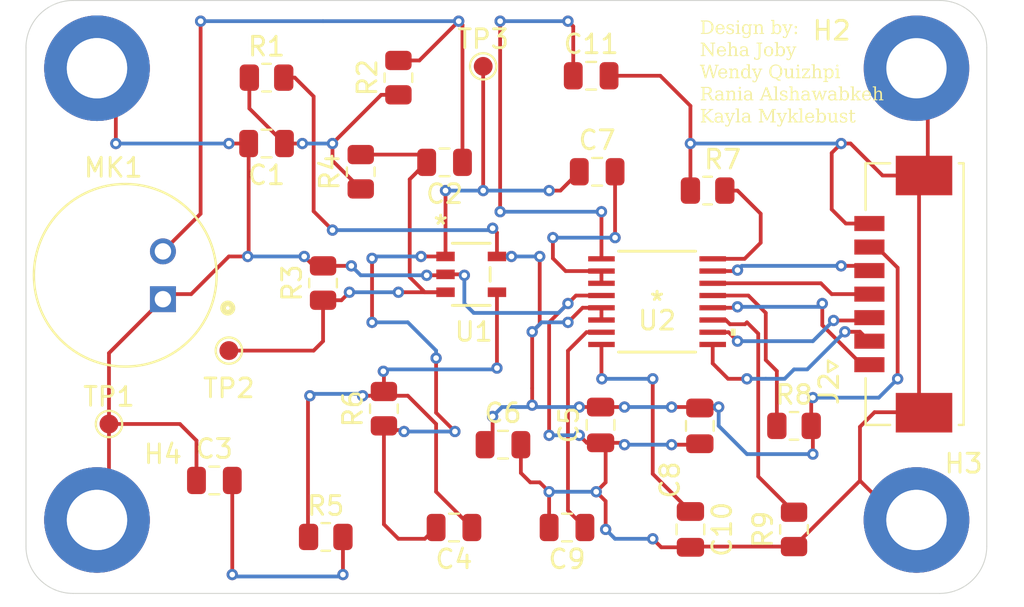
<source format=kicad_pcb>
(kicad_pcb (version 20240108) (generator "pcbnew") (generator_version "8.0")
  (layers (0 "F.Cu" signal) (31 "B.Cu" signal) (34 "B.Paste" user) (35 "F.Paste" user) (36 "B.SilkS" user "B.Silkscreen") (37 "F.SilkS" user "F.Silkscreen") (38 "B.Mask" user) (39 "F.Mask" user) (44 "Edge.Cuts" user))
  (net 0 "")
  (net 1 "Net-(C1-Pad1)")
  (net 2 "GND")
  (net 3 "Net-(U1-+IN)")
  (net 4 "Net-(C3-Pad2)")
  (net 5 "Net-(U1-OUT)")
  (net 6 "Net-(U1--IN)")
  (net 7 "+3V3")
  (net 8 "Net-(U2-LIN)")
  (net 9 "Net-(U2-GSEL)")
  (net 10 "Net-(U2-REGO)")
  (net 11 "Net-(U2-VCOM)")
  (net 12 "Net-(U2-CKS)")
  (net 13 "Net-(U2-MCLK)")
  (net 14 "Net-(U2-SDTO)")
  (net 15 "Net-(U2-LRCK)")
  (net 16 "Net-(U2-BICK)")
  (net 17 "Net-(U2-DIF{slash}TDMI)")
  (net 18 "Net-(U2-FSEL)")
  (net 19 "Net-(U2-PDN)")
  (net 20 "Net-(MK1-+)")
  (footprint "Footprints:ADC" (layer "F.Cu") (at 161.7305 81.900002)
    (property "Reference" "U2" (at 0 1 0) (layer "F.SilkS"))
    (property "Value" "~")
    (fp_line (start -2.046677 2.6797) (end 2.046677 2.6797) (stroke (width 0.1524)) (layer "F.SilkS"))
    (fp_line (start 2.046677 -2.6797) (end -2.046677 -2.6797) (stroke (width 0.1524)) (layer "F.SilkS"))
    (fp_poly (pts (xy 4.1656 1.434501) (xy 4.1656 1.815501) (xy 3.9116 1.815501) (xy 3.9116 1.434501)) (fill solid) (layer "F.SilkS"))
    (fp_text user "*" (at 0 0 0) (layer "F.SilkS"))
    (fp_text user "*" (at 0 0 0) (layer "F.SilkS"))
    (pad "1" smd rect (at -2.95275 -2.274999) (size 1.4097 0.2794) (layers "F.Cu" "F.Paste" "F.Mask") (net 11 "Net-(U2-VCOM)"))
    (pad "2" smd rect (at -2.95275 -1.625001) (size 1.4097 0.2794) (layers "F.Cu" "F.Paste" "F.Mask") (net 8 "Net-(U2-LIN)"))
    (pad "3" smd rect (at -2.95275 -0.974999) (size 1.4097 0.2794) (layers "F.Cu" "F.Paste" "F.Mask") (net 8 "Net-(U2-LIN)"))
    (pad "4" smd rect (at -2.95275 -0.325001) (size 1.4097 0.2794) (layers "F.Cu" "F.Paste" "F.Mask") (net 2 "GND"))
    (pad "5" smd rect (at -2.95275 0.324998) (size 1.4097 0.2794) (layers "F.Cu" "F.Paste" "F.Mask") (net 7 "+3V3"))
    (pad "6" smd rect (at -2.95275 0.974999) (size 1.4097 0.2794) (layers "F.Cu" "F.Paste" "F.Mask") (net 7 "+3V3"))
    (pad "7" smd rect (at -2.95275 1.624998) (size 1.4097 0.2794) (layers "F.Cu" "F.Paste" "F.Mask") (net 9 "Net-(U2-GSEL)"))
    (pad "8" smd rect (at -2.95275 2.274999) (size 1.4097 0.2794) (layers "F.Cu" "F.Paste" "F.Mask") (net 10 "Net-(U2-REGO)"))
    (pad "9" smd rect (at 2.95275 2.274999) (size 1.4097 0.2794) (layers "F.Cu" "F.Paste" "F.Mask") (net 14 "Net-(U2-SDTO)"))
    (pad "10" smd rect (at 2.95275 1.625001) (size 1.4097 0.2794) (layers "F.Cu" "F.Paste" "F.Mask") (net 15 "Net-(U2-LRCK)"))
    (pad "11" smd rect (at 2.95275 0.974999) (size 1.4097 0.2794) (layers "F.Cu" "F.Paste" "F.Mask") (net 13 "Net-(U2-MCLK)"))
    (pad "12" smd rect (at 2.95275 0.325001) (size 1.4097 0.2794) (layers "F.Cu" "F.Paste" "F.Mask") (net 16 "Net-(U2-BICK)"))
    (pad "13" smd rect (at 2.95275 -0.324998) (size 1.4097 0.2794) (layers "F.Cu" "F.Paste" "F.Mask") (net 19 "Net-(U2-PDN)"))
    (pad "14" smd rect (at 2.95275 -0.974999) (size 1.4097 0.2794) (layers "F.Cu" "F.Paste" "F.Mask") (net 17 "Net-(U2-DIF{slash}TDMI)"))
    (pad "15" smd rect (at 2.95275 -1.624998) (size 1.4097 0.2794) (layers "F.Cu" "F.Paste" "F.Mask") (net 18 "Net-(U2-FSEL)"))
    (pad "16" smd rect (at 2.95275 -2.274999) (size 1.4097 0.2794) (layers "F.Cu" "F.Paste" "F.Mask") (net 12 "Net-(U2-CKS)"))
  )
  (footprint "Resistor_SMD:R_0805_2012Metric" (layer "F.Cu") (at 144 80.9125 90)
    (property "Reference" "R3" (at 0 -1.65 90) (layer "F.SilkS"))
    (property "Value" "100k")
    (fp_line (start -0.227064 -0.735) (end 0.227064 -0.735) (stroke (width 0.12)) (layer "F.SilkS"))
    (fp_line (start -0.227064 0.735) (end 0.227064 0.735) (stroke (width 0.12)) (layer "F.SilkS"))
    (pad "1" smd roundrect (at -0.9125 0 90) (size 1.025 1.4) (layers "F.Cu" "F.Paste" "F.Mask") (roundrect_rratio 0.243902) (net 3 "Net-(U1-+IN)"))
    (pad "2" smd roundrect (at 0.9125 0 90) (size 1.025 1.4) (layers "F.Cu" "F.Paste" "F.Mask") (roundrect_rratio 0.243902) (net 2 "GND"))
  )
  (footprint "Capacitor_SMD:C_0805_2012Metric" (layer "F.Cu") (at 158.7305 88.450002 90)
    (property "Reference" "C5" (at 0 -1.68 90) (layer "F.SilkS"))
    (property "Value" "10u")
    (fp_line (start -0.261252 -0.735) (end 0.261252 -0.735) (stroke (width 0.12)) (layer "F.SilkS"))
    (fp_line (start -0.261252 0.735) (end 0.261252 0.735) (stroke (width 0.12)) (layer "F.SilkS"))
    (pad "1" smd roundrect (at -0.95 0 90) (size 1 1.45) (layers "F.Cu" "F.Paste" "F.Mask") (net 2 "GND"))
    (pad "2" smd roundrect (at 0.95 0 90) (size 1 1.45) (layers "F.Cu" "F.Paste" "F.Mask") (net 7 "+3V3"))
  )
  (footprint "TestPoint:TestPoint_Pad_D1.0mm" (layer "F.Cu") (at 132.636 88.400002)
    (property "Reference" "TP1" (at 0 -1.448 0) (layer "F.SilkS"))
    (property "Value" "TestPoint")
    (fp_circle (center 0 0) (end 0 0.7) (stroke (width 0.12)) (fill none) (layer "F.SilkS"))
    (pad "1" smd circle (at 0 0) (size 1 1) (layers "F.Cu" "F.Mask") (net 2 "GND"))
  )
  (footprint "MountingHole:MountingHole_3.2mm_M3_DIN965_Pad" (layer "F.Cu") (at 132 93.5)
    (property "Reference" "H4" (at 3.5 -3.5 0) (layer "F.SilkS"))
    (property "Value" "MountingHole")
    (pad "1" thru_hole circle (at 0 0) (size 5.6 5.6) (drill 3.2) (layers "*.Cu" "*.Mask") (net 2 "GND"))
  )
  (footprint "" (layer "F.Cu") (at 132 93.5)
    (property "Reference" "" (at 0 0 0) (layer "F.SilkS") (effects (font (size 1.27 1.27))))
    (property "Value" "")
    (pad "1" thru_hole circle (at 0 0) (size 5.6 5.6) (drill 3.2) (layers "*.Cu" "*.Mask") (net 2 "GND"))
  )
  (footprint "Resistor_SMD:R_0805_2012Metric" (layer "F.Cu") (at 144.143 94.400002)
    (property "Reference" "R5" (at 0 -1.65 0) (layer "F.SilkS"))
    (property "Value" "1k")
    (fp_line (start -0.227064 -0.735) (end 0.227064 -0.735) (stroke (width 0.12)) (layer "F.SilkS"))
    (fp_line (start -0.227064 0.735) (end 0.227064 0.735) (stroke (width 0.12)) (layer "F.SilkS"))
    (pad "1" smd roundrect (at -0.9125 0) (size 1.025 1.4) (layers "F.Cu" "F.Paste" "F.Mask") (roundrect_rratio 0.243902) (net 6 "Net-(U1--IN)"))
    (pad "2" smd roundrect (at 0.9125 0) (size 1.025 1.4) (layers "F.Cu" "F.Paste" "F.Mask") (roundrect_rratio 0.243902) (net 4 "Net-(C3-Pad2)"))
  )
  (footprint "MountingHole:MountingHole_3.2mm_M3_DIN965_Pad" (layer "F.Cu") (at 175.5 93.5)
    (property "Reference" "H3" (at 2.5 -3 0) (layer "F.SilkS"))
    (property "Value" "MountingHole")
    (pad "1" thru_hole circle (at 0 0) (size 5.6 5.6) (drill 3.2) (layers "*.Cu" "*.Mask") (net 2 "GND"))
  )
  (footprint "Resistor_SMD:R_0805_2012Metric" (layer "F.Cu") (at 146 75 90)
    (property "Reference" "R4" (at 0 -1.65 90) (layer "F.SilkS"))
    (property "Value" "100k")
    (fp_line (start -0.227064 -0.735) (end 0.227064 -0.735) (stroke (width 0.12)) (layer "F.SilkS"))
    (fp_line (start -0.227064 0.735) (end 0.227064 0.735) (stroke (width 0.12)) (layer "F.SilkS"))
    (pad "1" smd roundrect (at -0.9125 0 90) (size 1.025 1.4) (layers "F.Cu" "F.Paste" "F.Mask") (roundrect_rratio 0.243902) (net 1 "Net-(C1-Pad1)"))
    (pad "2" smd roundrect (at 0.9125 0 90) (size 1.025 1.4) (layers "F.Cu" "F.Paste" "F.Mask") (roundrect_rratio 0.243902) (net 3 "Net-(U1-+IN)"))
  )
  (footprint "Footprints:Omnidirectional" (layer "F.Cu") (at 133.5 80.5)
    (property "Reference" "MK1" (at -0.635215 -5.717015 0) (layer "F.SilkS") (effects (font (size 1.000354 1.000354))))
    (property "Value" "Microphone")
    (fp_circle (center 0 0) (end 4.85 0) (stroke (width 0.127)) (fill none) (layer "F.SilkS"))
    (fp_circle (center 5.443 1.741) (end 5.543 1.741) (stroke (width 0.3)) (fill none) (layer "F.SilkS"))
    (pad "1" thru_hole rect (at 2 1.27) (size 1.378 1.378) (drill 0.87) (layers "*.Cu" "*.Mask") (net 2 "GND"))
    (pad "2" thru_hole circle (at 2 -1.27) (size 1.378 1.378) (drill 0.87) (layers "*.Cu" "*.Mask") (net 20 "Net-(MK1-+)"))
  )
  (footprint "Footprints:Op-Amp" (layer "F.Cu") (at 151.86525 80.450001)
    (property "Reference" "U1" (at 0.13475 3.049999 0) (layer "F.SilkS"))
    (property "Value" "OPA1671IDBVR")
    (fp_line (start -1.0033 1.651) (end 1.0033 1.651) (stroke (width 0.1524)) (layer "F.SilkS"))
    (fp_line (start 1.0033 -1.651) (end -1.0033 -1.651) (stroke (width 0.1524)) (layer "F.SilkS"))
    (fp_line (start 1.0033 0.363261) (end 1.0033 -0.363261) (stroke (width 0.1524)) (layer "F.SilkS"))
    (fp_text user "*" (at -1.61925 -2.601 0) (layer "F.SilkS"))
    (fp_text user "*" (at -1.61925 -2.601 0) (layer "F.SilkS"))
    (pad "1" smd rect (at -1.36525 -0.950001) (size 0.9779 0.508) (layers "F.Cu" "F.Paste" "F.Mask") (net 5 "Net-(U1-OUT)"))
    (pad "2" smd rect (at -1.36525 0) (size 0.9779 0.508) (layers "F.Cu" "F.Paste" "F.Mask") (net 2 "GND"))
    (pad "3" smd rect (at -1.36525 0.950001) (size 0.9779 0.508) (layers "F.Cu" "F.Paste" "F.Mask") (net 3 "Net-(U1-+IN)"))
    (pad "4" smd rect (at 1.36525 0.950001) (size 0.9779 0.508) (layers "F.Cu" "F.Paste" "F.Mask") (net 6 "Net-(U1--IN)"))
    (pad "5" smd rect (at 1.36525 -0.950001) (size 0.9779 0.508) (layers "F.Cu" "F.Paste" "F.Mask") (net 7 "+3V3"))
  )
  (footprint "Resistor_SMD:R_0805_2012Metric" (layer "F.Cu") (at 169 88.5)
    (property "Reference" "R8" (at 0 -1.65 0) (layer "F.SilkS"))
    (property "Value" "10k")
    (fp_line (start -0.227064 -0.735) (end 0.227064 -0.735) (stroke (width 0.12)) (layer "F.SilkS"))
    (fp_line (start -0.227064 0.735) (end 0.227064 0.735) (stroke (width 0.12)) (layer "F.SilkS"))
    (pad "1" smd roundrect (at -0.9125 0) (size 1.025 1.4) (layers "F.Cu" "F.Paste" "F.Mask") (roundrect_rratio 0.243902) (net 19 "Net-(U2-PDN)"))
    (pad "2" smd roundrect (at 0.9125 0) (size 1.025 1.4) (layers "F.Cu" "F.Paste" "F.Mask") (roundrect_rratio 0.243902) (net 7 "+3V3"))
  )
  (footprint "Capacitor_SMD:C_0805_2012Metric" (layer "F.Cu") (at 163.5 94 -90)
    (property "Reference" "C10" (at 0 -1.68 90) (layer "F.SilkS"))
    (property "Value" "1u")
    (fp_line (start -0.261252 0.735) (end 0.261252 0.735) (stroke (width 0.12)) (layer "F.SilkS"))
    (fp_line (start -0.261252 -0.735) (end 0.261252 -0.735) (stroke (width 0.12)) (layer "F.SilkS"))
    (pad "1" smd roundrect (at -0.95 0 270) (size 1 1.45) (layers "F.Cu" "F.Paste" "F.Mask") (net 10 "Net-(U2-REGO)"))
    (pad "2" smd roundrect (at 0.95 0 270) (size 1 1.45) (layers "F.Cu" "F.Paste" "F.Mask") (net 2 "GND"))
  )
  (footprint "Capacitor_SMD:C_0805_2012Metric" (layer "F.Cu") (at 156.95 93.900002 180)
    (property "Reference" "C9" (at 0 -1.68 0) (layer "F.SilkS"))
    (property "Value" "1u")
    (fp_line (start -0.261252 0.735) (end 0.261252 0.735) (stroke (width 0.12)) (layer "F.SilkS"))
    (fp_line (start -0.261252 -0.735) (end 0.261252 -0.735) (stroke (width 0.12)) (layer "F.SilkS"))
    (pad "1" smd roundrect (at -0.95 0 180) (size 1 1.45) (layers "F.Cu" "F.Paste" "F.Mask") (net 9 "Net-(U2-GSEL)"))
    (pad "2" smd roundrect (at 0.95 0 180) (size 1 1.45) (layers "F.Cu" "F.Paste" "F.Mask") (net 2 "GND"))
  )
  (footprint "Resistor_SMD:R_0805_2012Metric" (layer "F.Cu") (at 164.4125 76)
    (property "Reference" "R7" (at 0.8 -1.65 0) (layer "F.SilkS"))
    (property "Value" "18k")
    (fp_line (start -0.227064 -0.735) (end 0.227064 -0.735) (stroke (width 0.12)) (layer "F.SilkS"))
    (fp_line (start -0.227064 0.735) (end 0.227064 0.735) (stroke (width 0.12)) (layer "F.SilkS"))
    (pad "1" smd roundrect (at -0.9125 0) (size 1.025 1.4) (layers "F.Cu" "F.Paste" "F.Mask") (roundrect_rratio 0.243902) (net 2 "GND"))
    (pad "2" smd roundrect (at 0.9125 0) (size 1.025 1.4) (layers "F.Cu" "F.Paste" "F.Mask") (roundrect_rratio 0.243902) (net 12 "Net-(U2-CKS)"))
  )
  (footprint "Capacitor_SMD:C_0805_2012Metric" (layer "F.Cu") (at 138.2305 91.400002)
    (property "Reference" "C3" (at 0 -1.68 0) (layer "F.SilkS"))
    (property "Value" "500n")
    (fp_line (start -0.261252 -0.735) (end 0.261252 -0.735) (stroke (width 0.12)) (layer "F.SilkS"))
    (fp_line (start -0.261252 0.735) (end 0.261252 0.735) (stroke (width 0.12)) (layer "F.SilkS"))
    (pad "1" smd roundrect (at -0.95 0) (size 1 1.45) (layers "F.Cu" "F.Paste" "F.Mask") (net 2 "GND"))
    (pad "2" smd roundrect (at 0.95 0) (size 1 1.45) (layers "F.Cu" "F.Paste" "F.Mask") (net 4 "Net-(C3-Pad2)"))
  )
  (footprint "TestPoint:TestPoint_Pad_D1.0mm" (layer "F.Cu") (at 139 84.5)
    (property "Reference" "TP2" (at 0 2 0) (layer "F.SilkS"))
    (property "Value" "TestPoint")
    (fp_circle (center 0 0) (end 0 0.7) (stroke (width 0.12)) (fill none) (layer "F.SilkS"))
    (pad "1" smd circle (at 0 0) (size 1 1) (layers "F.Cu" "F.Mask") (net 3 "Net-(U1-+IN)"))
  )
  (footprint "Capacitor_SMD:C_0805_2012Metric" (layer "F.Cu") (at 158.55 75)
    (property "Reference" "C7" (at 0 -1.68 0) (layer "F.SilkS"))
    (property "Value" "10u")
    (fp_line (start -0.261252 -0.735) (end 0.261252 -0.735) (stroke (width 0.12)) (layer "F.SilkS"))
    (fp_line (start -0.261252 0.735) (end 0.261252 0.735) (stroke (width 0.12)) (layer "F.SilkS"))
    (pad "1" smd roundrect (at -0.95 0) (size 1 1.45) (layers "F.Cu" "F.Paste" "F.Mask") (net 5 "Net-(U1-OUT)"))
    (pad "2" smd roundrect (at 0.95 0) (size 1 1.45) (layers "F.Cu" "F.Paste" "F.Mask") (net 8 "Net-(U2-LIN)"))
  )
  (footprint "Capacitor_SMD:C_0805_2012Metric" (layer "F.Cu") (at 164 88.5 90)
    (property "Reference" "C8" (at -2.874999 -1.5855 90) (layer "F.SilkS"))
    (property "Value" "1u")
    (fp_line (start -0.261252 -0.735) (end 0.261252 -0.735) (stroke (width 0.12)) (layer "F.SilkS"))
    (fp_line (start -0.261252 0.735) (end 0.261252 0.735) (stroke (width 0.12)) (layer "F.SilkS"))
    (pad "1" smd roundrect (at -0.95 0 90) (size 1 1.45) (layers "F.Cu" "F.Paste" "F.Mask") (net 2 "GND"))
    (pad "2" smd roundrect (at 0.95 0 90) (size 1 1.45) (layers "F.Cu" "F.Paste" "F.Mask") (net 7 "+3V3"))
  )
  (footprint "Resistor_SMD:R_0805_2012Metric" (layer "F.Cu") (at 147.2305 87.5875 90)
    (property "Reference" "R6" (at 0 -1.65 90) (layer "F.SilkS"))
    (property "Value" "9k")
    (fp_line (start -0.227064 -0.735) (end 0.227064 -0.735) (stroke (width 0.12)) (layer "F.SilkS"))
    (fp_line (start -0.227064 0.735) (end 0.227064 0.735) (stroke (width 0.12)) (layer "F.SilkS"))
    (pad "1" smd roundrect (at -0.9125 0 90) (size 1.025 1.4) (layers "F.Cu" "F.Paste" "F.Mask") (roundrect_rratio 0.243902) (net 5 "Net-(U1-OUT)"))
    (pad "2" smd roundrect (at 0.9125 0 90) (size 1.025 1.4) (layers "F.Cu" "F.Paste" "F.Mask") (roundrect_rratio 0.243902) (net 6 "Net-(U1--IN)"))
  )
  (footprint "Resistor_SMD:R_0805_2012Metric" (layer "F.Cu") (at 141 70)
    (property "Reference" "R1" (at 0 -1.65 0) (layer "F.SilkS"))
    (property "Value" "4.5k")
    (fp_line (start -0.227064 -0.735) (end 0.227064 -0.735) (stroke (width 0.12)) (layer "F.SilkS"))
    (fp_line (start -0.227064 0.735) (end 0.227064 0.735) (stroke (width 0.12)) (layer "F.SilkS"))
    (pad "1" smd roundrect (at -0.9125 0) (size 1.025 1.4) (layers "F.Cu" "F.Paste" "F.Mask") (roundrect_rratio 0.243902) (net 1 "Net-(C1-Pad1)"))
    (pad "2" smd roundrect (at 0.9125 0) (size 1.025 1.4) (layers "F.Cu" "F.Paste" "F.Mask") (roundrect_rratio 0.243902) (net 7 "+3V3"))
  )
  (footprint "Capacitor_SMD:C_0805_2012Metric" (layer "F.Cu") (at 153.55 89.5)
    (property "Reference" "C6" (at 0 -1.68 0) (layer "F.SilkS"))
    (property "Value" "10u")
    (fp_line (start -0.261252 -0.735) (end 0.261252 -0.735) (stroke (width 0.12)) (layer "F.SilkS"))
    (fp_line (start -0.261252 0.735) (end 0.261252 0.735) (stroke (width 0.12)) (layer "F.SilkS"))
    (pad "1" smd roundrect (at -0.95 0) (size 1 1.45) (layers "F.Cu" "F.Paste" "F.Mask") (net 7 "+3V3"))
    (pad "2" smd roundrect (at 0.95 0) (size 1 1.45) (layers "F.Cu" "F.Paste" "F.Mask") (net 2 "GND"))
  )
  (footprint "Footprints:MOLEX_connector" (layer "F.Cu") (at 175.4 81.5 90)
    (property "Reference" "J2" (at -5.025 -4.543 90) (layer "F.SilkS"))
    (property "Value" "532610771")
    (fp_line (start -3.535 -4.595) (end -3.835 -4.095) (stroke (width 0.127)) (layer "F.SilkS"))
    (fp_line (start -4.135 -4.595) (end -3.535 -4.595) (stroke (width 0.127)) (layer "F.SilkS"))
    (fp_line (start -3.835 -4.095) (end -4.135 -4.595) (stroke (width 0.127)) (layer "F.SilkS"))
    (fp_line (start 6.95 -2.6) (end 6.95 -1.3) (stroke (width 0.127)) (layer "F.SilkS"))
    (fp_line (start 4.47 -2.6) (end 6.95 -2.6) (stroke (width 0.127)) (layer "F.SilkS"))
    (fp_line (start -6.95 -2.6) (end -4.47 -2.6) (stroke (width 0.127)) (layer "F.SilkS"))
    (fp_line (start -6.95 -1.3) (end -6.95 -2.6) (stroke (width 0.127)) (layer "F.SilkS"))
    (fp_line (start 6.95 2.6) (end 6.95 2.35) (stroke (width 0.127)) (layer "F.SilkS"))
    (fp_line (start -6.95 2.6) (end -6.95 2.35) (stroke (width 0.127)) (layer "F.SilkS"))
    (fp_line (start -6.95 2.6) (end 6.95 2.6) (stroke (width 0.127)) (layer "F.SilkS"))
    (pad "1" smd rect (at -3.75 -2.4 90) (size 0.8 1.6) (layers "F.Cu" "F.Paste") (net 16 "Net-(U2-BICK)"))
    (pad "2" smd rect (at -2.5 -2.4 90) (size 0.8 1.6) (layers "F.Cu" "F.Paste") (net 14 "Net-(U2-SDTO)"))
    (pad "3" smd rect (at -1.25 -2.4 90) (size 0.8 1.6) (layers "F.Cu" "F.Paste") (net 15 "Net-(U2-LRCK)"))
    (pad "4" smd rect (at 0 -2.4 90) (size 0.8 1.6) (layers "F.Cu" "F.Paste") (net 17 "Net-(U2-DIF{slash}TDMI)"))
    (pad "5" smd rect (at 1.25 -2.4 90) (size 0.8 1.6) (layers "F.Cu" "F.Paste") (net 18 "Net-(U2-FSEL)"))
    (pad "6" smd rect (at 2.5 -2.4 90) (size 0.8 1.6) (layers "F.Cu" "F.Paste") (net 7 "+3V3"))
    (pad "7" smd rect (at 3.75 -2.4 90) (size 0.8 1.6) (layers "F.Cu" "F.Paste") (net 2 "GND"))
    (pad "S1" smd rect (at -6.3 0.5 90) (size 2.1 3) (layers "F.Cu" "F.Paste") (net 2 "GND"))
    (pad "S2" smd rect (at 6.3 0.5 90) (size 2.1 3) (layers "F.Cu" "F.Paste") (net 2 "GND"))
  )
  (footprint "" (layer "F.Cu") (at 132 69.5)
    (property "Reference" "" (at 0 0 0) (layer "F.SilkS") (effects (font (size 1.27 1.27))))
    (property "Value" "")
    (pad "1" thru_hole circle (at 0 0) (size 5.6 5.6) (drill 3.2) (layers "*.Cu" "*.Mask") (net 2 "GND"))
  )
  (footprint "Resistor_SMD:R_0805_2012Metric" (layer "F.Cu") (at 148 70 90)
    (property "Reference" "R2" (at 0 -1.65 90) (layer "F.SilkS"))
    (property "Value" "10k")
    (fp_line (start -0.227064 -0.735) (end 0.227064 -0.735) (stroke (width 0.12)) (layer "F.SilkS"))
    (fp_line (start -0.227064 0.735) (end 0.227064 0.735) (stroke (width 0.12)) (layer "F.SilkS"))
    (pad "1" smd roundrect (at -0.9125 0 90) (size 1.025 1.4) (layers "F.Cu" "F.Paste" "F.Mask") (roundrect_rratio 0.243902) (net 1 "Net-(C1-Pad1)"))
    (pad "2" smd roundrect (at 0.9125 0 90) (size 1.025 1.4) (layers "F.Cu" "F.Paste" "F.Mask") (roundrect_rratio 0.243902) (net 20 "Net-(MK1-+)"))
  )
  (footprint "Capacitor_SMD:C_0805_2012Metric" (layer "F.Cu") (at 158.2305 69.900002)
    (property "Reference" "C11" (at 0 -1.68 0) (layer "F.SilkS"))
    (property "Value" "0.47u")
    (fp_line (start -0.261252 -0.735) (end 0.261252 -0.735) (stroke (width 0.12)) (layer "F.SilkS"))
    (fp_line (start -0.261252 0.735) (end 0.261252 0.735) (stroke (width 0.12)) (layer "F.SilkS"))
    (pad "1" smd roundrect (at -0.95 0) (size 1 1.45) (layers "F.Cu" "F.Paste" "F.Mask") (net 11 "Net-(U2-VCOM)"))
    (pad "2" smd roundrect (at 0.95 0) (size 1 1.45) (layers "F.Cu" "F.Paste" "F.Mask") (net 2 "GND"))
  )
  (footprint "" (layer "F.Cu") (at 175.5 93.5)
    (property "Reference" "" (at 0 0 0) (layer "F.SilkS") (effects (font (size 1.27 1.27))))
    (property "Value" "")
    (pad "1" thru_hole circle (at 0 0) (size 5.6 5.6) (drill 3.2) (layers "*.Cu" "*.Mask") (net 2 "GND"))
  )
  (footprint "MountingHole:MountingHole_3.2mm_M3_DIN965_Pad" (layer "F.Cu") (at 175.5 69.5)
    (property "Reference" "H2" (at -4.5 -2 0) (layer "F.SilkS"))
    (property "Value" "MountingHole")
    (pad "1" thru_hole circle (at 0 0) (size 5.6 5.6) (drill 3.2) (layers "*.Cu" "*.Mask") (net 2 "GND"))
  )
  (footprint "MountingHole:MountingHole_3.2mm_M3_DIN965_Pad" (layer "F.Cu") (at 132 69.5)
    (property "Reference" "H1" (hide yes))
    (property "Value" "MountingHole")
    (pad "1" thru_hole circle (at 0 0) (size 5.6 5.6) (drill 3.2) (layers "*.Cu" "*.Mask") (net 2 "GND"))
  )
  (footprint "Resistor_SMD:R_0805_2012Metric" (layer "F.Cu") (at 169 94 90)
    (property "Reference" "R9" (at 0 -1.65 90) (layer "F.SilkS"))
    (property "Value" "10k")
    (fp_line (start -0.227064 -0.735) (end 0.227064 -0.735) (stroke (width 0.12)) (layer "F.SilkS"))
    (fp_line (start -0.227064 0.735) (end 0.227064 0.735) (stroke (width 0.12)) (layer "F.SilkS"))
    (pad "1" smd roundrect (at -0.9125 0 90) (size 1.025 1.4) (layers "F.Cu" "F.Paste" "F.Mask") (roundrect_rratio 0.243902) (net 2 "GND"))
    (pad "2" smd roundrect (at 0.9125 0 90) (size 1.025 1.4) (layers "F.Cu" "F.Paste" "F.Mask") (roundrect_rratio 0.243902) (net 13 "Net-(U2-MCLK)"))
  )
  (footprint "Capacitor_SMD:C_0805_2012Metric" (layer "F.Cu") (at 150.45 74.5 180)
    (property "Reference" "C2" (at 0 -1.68 0) (layer "F.SilkS"))
    (property "Value" "10u")
    (fp_line (start -0.261252 0.735) (end 0.261252 0.735) (stroke (width 0.12)) (layer "F.SilkS"))
    (fp_line (start -0.261252 -0.735) (end 0.261252 -0.735) (stroke (width 0.12)) (layer "F.SilkS"))
    (pad "1" smd roundrect (at -0.95 0 180) (size 1 1.45) (layers "F.Cu" "F.Paste" "F.Mask") (net 20 "Net-(MK1-+)"))
    (pad "2" smd roundrect (at 0.95 0 180) (size 1 1.45) (layers "F.Cu" "F.Paste" "F.Mask") (net 3 "Net-(U1-+IN)"))
  )
  (footprint "TestPoint:TestPoint_Pad_D1.0mm" (layer "F.Cu") (at 152.5 69.400002)
    (property "Reference" "TP3" (at 0 -1.448 0) (layer "F.SilkS"))
    (property "Value" "TestPoint")
    (fp_circle (center 0 0) (end 0 0.7) (stroke (width 0.12)) (fill none) (layer "F.SilkS"))
    (pad "1" smd circle (at 0 0) (size 1 1) (layers "F.Cu" "F.Mask") (net 5 "Net-(U1-OUT)"))
  )
  (footprint "Capacitor_SMD:C_0805_2012Metric" (layer "F.Cu") (at 141 73.5 180)
    (property "Reference" "C1" (at 0 -1.68 0) (layer "F.SilkS"))
    (property "Value" "1u")
    (fp_line (start -0.261252 0.735) (end 0.261252 0.735) (stroke (width 0.12)) (layer "F.SilkS"))
    (fp_line (start -0.261252 -0.735) (end 0.261252 -0.735) (stroke (width 0.12)) (layer "F.SilkS"))
    (pad "1" smd roundrect (at -0.95 0 180) (size 1 1.45) (layers "F.Cu" "F.Paste" "F.Mask") (net 1 "Net-(C1-Pad1)"))
    (pad "2" smd roundrect (at 0.95 0 180) (size 1 1.45) (layers "F.Cu" "F.Paste" "F.Mask") (net 2 "GND"))
  )
  (footprint "Capacitor_SMD:C_0805_2012Metric" (layer "F.Cu") (at 150.95 93.900002 180)
    (property "Reference" "C4" (at 0 -1.68 0) (layer "F.SilkS"))
    (property "Value" "80n")
    (fp_line (start -0.261252 0.735) (end 0.261252 0.735) (stroke (width 0.12)) (layer "F.SilkS"))
    (fp_line (start -0.261252 -0.735) (end 0.261252 -0.735) (stroke (width 0.12)) (layer "F.SilkS"))
    (pad "1" smd roundrect (at -0.95 0 180) (size 1 1.45) (layers "F.Cu" "F.Paste" "F.Mask") (net 6 "Net-(U1--IN)"))
    (pad "2" smd roundrect (at 0.95 0 180) (size 1 1.45) (layers "F.Cu" "F.Paste" "F.Mask") (net 5 "Net-(U1-OUT)"))
  )
  (gr_line (start 179.2305 94.900002) (end 179.2305 68.400002) (stroke (width 0.05)) (layer "Edge.Cuts"))
  (gr_arc (start 179.2305 94.900002) (mid 178.498267 96.667769) (end 176.7305 97.400002) (stroke (width 0.05)) (layer "Edge.Cuts"))
  (gr_line (start 130.7305 97.400002) (end 176.7305 97.400002) (stroke (width 0.05)) (layer "Edge.Cuts"))
  (gr_arc (start 130.7305 97.400002) (mid 128.962733 96.667769) (end 128.2305 94.900002) (stroke (width 0.05)) (layer "Edge.Cuts"))
  (gr_arc (start 176.7305 65.900002) (mid 178.498267 66.632235) (end 179.2305 68.400002) (stroke (width 0.05)) (layer "Edge.Cuts"))
  (gr_arc (start 128.2305 68.400002) (mid 128.962733 66.632235) (end 130.7305 65.900002) (stroke (width 0.05)) (layer "Edge.Cuts"))
  (gr_line (start 176.7305 65.900002) (end 130.7305 65.900002) (stroke (width 0.05)) (layer "Edge.Cuts"))
  (gr_line (start 128.2305 68.400002) (end 128.2305 94.900002) (stroke (width 0.05)) (layer "Edge.Cuts"))
  (gr_text "Design by:\nNeha Joby\nWendy Quizhpi\nRania Alshawabkeh\nKayla Myklebust\n" (at 164 72.5 0) (layer "F.SilkS") (effects (font (size 0.7 0.7) (thickness 0.0875)) (justify left bottom)))
  (segment (start 144.5 73.5) (end 147.0875 70.9125) (width 0.2) (layer "F.Cu") (net 1))
  (segment (start 140.0875 71.6375) (end 141.95 73.5) (width 0.2) (layer "F.Cu") (net 1))
  (segment (start 144.5 74.4125) (end 146 75.9125) (width 0.2) (layer "F.Cu") (net 1))
  (segment (start 144.5 73.5) (end 144.5 74.4125) (width 0.2) (layer "F.Cu") (net 1))
  (segment (start 147.0875 70.9125) (end 148 70.9125) (width 0.2) (layer "F.Cu") (net 1))
  (segment (start 140.0875 70) (end 140.0875 71.6375) (width 0.2) (layer "F.Cu") (net 1))
  (segment (start 141.95 73.5) (end 142.9 73.5) (width 0.2) (layer "F.Cu") (net 1))
  (via (at 142.9 73.5) (size 0.6) (drill 0.3) (layers "F.Cu" "B.Cu") (net 1))
  (via (at 144.5 73.5) (size 0.6) (drill 0.3) (layers "F.Cu" "B.Cu") (net 1))
  (segment (start 142.9 73.5) (end 144.5 73.5) (width 0.2) (layer "B.Cu") (net 1))
  (segment (start 171 77) (end 171 74) (width 0.2) (layer "F.Cu") (net 2))
  (segment (start 158.5 92) (end 159 92.5) (width 0.2) (layer "F.Cu") (net 2))
  (segment (start 169 94.9125) (end 163.5375 94.9125) (width 0.2) (layer "F.Cu") (net 2))
  (segment (start 143.5 80) (end 143 79.5) (width 0.2) (layer "F.Cu") (net 2))
  (segment (start 163.5 71.5) (end 161.900002 69.900002) (width 0.2) (layer "F.Cu") (net 2))
  (segment (start 140.05 73.5) (end 139 73.5) (width 0.2) (layer "F.Cu") (net 2))
  (segment (start 158.7305 89.400002) (end 159.900002 89.400002) (width 0.2) (layer "F.Cu") (net 2))
  (segment (start 159 91.5) (end 159 89.669502) (width 0.2) (layer "F.Cu") (net 2))
  (segment (start 150.5 80.450001) (end 151.450001 80.450001) (width 0.2) (layer "F.Cu") (net 2))
  (segment (start 140.05 73.5) (end 140.05 79.45) (width 0.2) (layer "F.Cu") (net 2))
  (segment (start 172.5 91.4125) (end 172.5 88.550002) (width 0.2) (layer "F.Cu") (net 2))
  (segment (start 132.636 88.400002) (end 132.636 84.634) (width 0.2) (layer "F.Cu") (net 2))
  (segment (start 156 89) (end 156 83) (width 0.2) (layer "F.Cu") (net 2))
  (segment (start 149.5 80.5) (end 150.450001 80.5) (width 0.2) (layer "F.Cu") (net 2))
  (segment (start 136.400002 88.400002) (end 137.2805 89.2805) (width 0.2) (layer "F.Cu") (net 2))
  (segment (start 159 89.669502) (end 158.7305 89.400002) (width 0.2) (layer "F.Cu") (net 2))
  (segment (start 140.05 79.45) (end 140 79.5) (width 0.2) (layer "F.Cu") (net 2))
  (segment (start 171.5 73.5) (end 172 73.5) (width 0.2) (layer "F.Cu") (net 2))
  (segment (start 163.5 73.5) (end 163.5 71.5) (width 0.2) (layer "F.Cu") (net 2))
  (segment (start 158.7305 89.400002) (end 158.000002 89.400002) (width 0.2) (layer "F.Cu") (net 2))
  (segment (start 139 79.5) (end 137 81.5) (width 0.2) (layer "F.Cu") (net 2))
  (segment (start 144 80) (end 145.5 80) (width 0.2) (layer "F.Cu") (net 2))
  (segment (start 173 77.75) (end 171.75 77.75) (width 0.2) (layer "F.Cu") (net 2))
  (segment (start 156 92) (end 156 93.900002) (width 0.2) (layer "F.Cu") (net 2))
  (segment (start 173.275001 87.775001) (end 175.636 87.775001) (width 0.2) (layer "F.Cu") (net 2))
  (segment (start 137 81.5) (end 135.77 81.5) (width 0.2) (layer "F.Cu") (net 2))
  (segment (start 144 80) (end 143.5 80) (width 0.2) (layer "F.Cu") (net 2))
  (segment (start 176 94) (end 175.0875 94) (width 0.2) (layer "F.Cu") (net 2))
  (segment (start 171 74) (end 171.5 73.5) (width 0.2) (layer "F.Cu") (net 2))
  (segment (start 137.2805 89.2805) (end 137.2805 91.400002) (width 0.2) (layer "F.Cu") (net 2))
  (segment (start 151.450001 80.450001) (end 151.5 80.5) (width 0.2) (layer "F.Cu") (net 2))
  (segment (start 133 70.5) (end 133 73.5) (width 0.2) (layer "F.Cu") (net 2))
  (segment (start 131.5 94) (end 131.5 92) (width 0.2) (layer "F.Cu") (net 2))
  (segment (start 163.95 89.5) (end 164 89.45) (width 0.2) (layer "F.Cu") (net 2))
  (segment (start 132 69.5) (end 133 70.5) (width 0.2) (layer "F.Cu") (net 2))
  (segment (start 163.5375 94.9125) (end 163.5 94.95) (width 0.2) (layer "F.Cu") (net 2))
  (segment (start 175.636 69.514) (end 176.1 69.05) (width 0.2) (layer "F.Cu") (net 2))
  (segment (start 132.636 90.864) (end 132.636 88.400002) (width 0.2) (layer "F.Cu") (net 2))
  (segment (start 175.636 69.864) (end 176.5 69) (width 0.2) (layer "F.Cu") (net 2))
  (segment (start 162.5 89.5) (end 163.95 89.5) (width 0.2) (layer "F.Cu") (net 2))
  (segment (start 175.0875 94) (end 172.5 91.4125) (width 0.2) (layer "F.Cu") (net 2))
  (segment (start 157.424999 81.575001) (end 158.77775 81.575001) (width 0.2) (layer "F.Cu") (net 2))
  (segment (start 175.9 74.6) (end 176.1 74.4) (width 0.2) (layer "F.Cu") (net 2))
  (segment (start 169 94.9125) (end 172.5 91.4125) (width 0.2) (layer "F.Cu") (net 2))
  (segment (start 155 91.5) (end 155.5 91.5) (width 0.2) (layer "F.Cu") (net 2))
  (segment (start 176.1 74.4) (end 176.1 69.05) (width 0.2) (layer "F.Cu") (net 2))
  (segment (start 175.636 87.775001) (end 175.636 75.175001) (width 0.2) (layer "F.Cu") (net 2))
  (segment (start 132.636 84.634) (end 135.5 81.77) (width 0.2) (layer "F.Cu") (net 2))
  (segment (start 158.5 92) (end 159 91.5) (width 0.2) (layer "F.Cu") (net 2))
  (segment (start 156 83) (end 157 82) (width 0.2) (layer "F.Cu") (net 2))
  (segment (start 135.77 81.5) (end 135.5 81.77) (width 0.2) (layer "F.Cu") (net 2))
  (segment (start 159 92.5) (end 159 94) (width 0.2) (layer "F.Cu") (net 2))
  (segment (start 159.900002 89.400002) (end 160 89.5) (width 0.2) (layer "F.Cu") (net 2))
  (segment (start 161.95 94.95) (end 163.5 94.95) (width 0.2) (layer "F.Cu") (net 2))
  (segment (start 173.7 75.2) (end 175.9 75.2) (width 0.2) (layer "F.Cu") (net 2))
  (segment (start 132.636 88.400002) (end 136.400002 88.400002) (width 0.2) (layer "F.Cu") (net 2))
  (segment (start 155 91.5) (end 154.5 91) (width 0.2) (layer "F.Cu") (net 2))
  (segment (start 131.5 92) (end 132.636 90.864) (width 0.2) (layer "F.Cu") (net 2))
  (segment (start 161.900002 69.900002) (end 159.1805 69.900002) (width 0.2) (layer "F.Cu") (net 2))
  (segment (start 175.9 75.2) (end 175.9 74.6) (width 0.2) (layer "F.Cu") (net 2))
  (segment (start 154.5 91) (end 154.5 89.5) (width 0.2) (layer "F.Cu") (net 2))
  (segment (start 155.5 91.5) (end 156 92) (width 0.2) (layer "F.Cu") (net 2))
  (segment (start 150.450001 80.5) (end 150.5 80.450001) (width 0.2) (layer "F.Cu") (net 2))
  (segment (start 161.5 94.5) (end 161.95 94.95) (width 0.2) (layer "F.Cu") (net 2))
  (segment (start 172.5 88.550002) (end 173.275001 87.775001) (width 0.2) (layer "F.Cu") (net 2))
  (segment (start 140 79.5) (end 139 79.5) (width 0.2) (layer "F.Cu") (net 2))
  (segment (start 172 73.5) (end 173.7 75.2) (width 0.2) (layer "F.Cu") (net 2))
  (segment (start 158.000002 89.400002) (end 157.6 89) (width 0.2) (layer "F.Cu") (net 2))
  (segment (start 171.75 77.75) (end 171 77) (width 0.2) (layer "F.Cu") (net 2))
  (segment (start 157 82) (end 157.424999 81.575001) (width 0.2) (layer "F.Cu") (net 2))
  (segment (start 163.5 76) (end 163.5 73.5) (width 0.2) (layer "F.Cu") (net 2))
  (via (at 149.5 80.5) (size 0.6) (drill 0.3) (layers "F.Cu" "B.Cu") (net 2))
  (via (at 145.5 80) (size 0.6) (drill 0.3) (layers "F.Cu" "B.Cu") (net 2))
  (via (at 171.5 73.5) (size 0.6) (drill 0.3) (layers "F.Cu" "B.Cu") (net 2))
  (via (at 161.5 94.5) (size 0.6) (drill 0.3) (layers "F.Cu" "B.Cu") (net 2))
  (via (at 140 79.5) (size 0.6) (drill 0.3) (layers "F.Cu" "B.Cu") (net 2))
  (via (at 157 82) (size 0.6) (drill 0.3) (layers "F.Cu" "B.Cu") (net 2))
  (via (at 157.6 89) (size 0.6) (drill 0.3) (layers "F.Cu" "B.Cu") (net 2))
  (via (at 160 89.5) (size 0.6) (drill 0.3) (layers "F.Cu" "B.Cu") (net 2))
  (via (at 143 79.5) (size 0.6) (drill 0.3) (layers "F.Cu" "B.Cu") (net 2))
  (via (at 133 73.5) (size 0.6) (drill 0.3) (layers "F.Cu" "B.Cu") (net 2))
  (via (at 159 94) (size 0.6) (drill 0.3) (layers "F.Cu" "B.Cu") (net 2))
  (via (at 163.5 73.5) (size 0.6) (drill 0.3) (layers "F.Cu" "B.Cu") (net 2))
  (via (at 139 73.5) (size 0.6) (drill 0.3) (layers "F.Cu" "B.Cu") (net 2))
  (via (at 158.5 92) (size 0.6) (drill 0.3) (layers "F.Cu" "B.Cu") (net 2))
  (via (at 151.5 80.5) (size 0.6) (drill 0.3) (layers "F.Cu" "B.Cu") (net 2))
  (via (at 162.5 89.5) (size 0.6) (drill 0.3) (layers "F.Cu" "B.Cu") (net 2))
  (via (at 156 89) (size 0.6) (drill 0.3) (layers "F.Cu" "B.Cu") (net 2))
  (via (at 156 92) (size 0.6) (drill 0.3) (layers "F.Cu" "B.Cu") (net 2))
  (segment (start 151.5 80.5) (end 151.5 82) (width 0.2) (layer "B.Cu") (net 2))
  (segment (start 156.5 82.5) (end 157 82) (width 0.2) (layer "B.Cu") (net 2))
  (segment (start 146 80.5) (end 149.5 80.5) (width 0.2) (layer "B.Cu") (net 2))
  (segment (start 145.5 80) (end 146 80.5) (width 0.2) (layer "B.Cu") (net 2))
  (segment (start 171.5 73.5) (end 163.5 73.5) (width 0.2) (layer "B.Cu") (net 2))
  (segment (start 140 79.5) (end 143 79.5) (width 0.2) (layer "B.Cu") (net 2))
  (segment (start 160 89.5) (end 162.5 89.5) (width 0.2) (layer "B.Cu") (net 2))
  (segment (start 158.5 92) (end 156 92) (width 0.2) (layer "B.Cu") (net 2))
  (segment (start 139 73.5) (end 133 73.5) (width 0.2) (layer "B.Cu") (net 2))
  (segment (start 157.6 89) (end 156 89) (width 0.2) (layer "B.Cu") (net 2))
  (segment (start 161.5 94.5) (end 159.5 94.5) (width 0.2) (layer "B.Cu") (net 2))
  (segment (start 152 82.5) (end 156.5 82.5) (width 0.2) (layer "B.Cu") (net 2))
  (segment (start 159.5 94.5) (end 159 94) (width 0.2) (layer "B.Cu") (net 2))
  (segment (start 151.5 82) (end 152 82.5) (width 0.2) (layer "B.Cu") (net 2))
  (segment (start 149.0875 74.0875) (end 149.5 74.5) (width 0.2) (layer "F.Cu") (net 3))
  (segment (start 149.5 74.5) (end 149.000062 74.999938) (width 0.2) (layer "F.Cu") (net 3))
  (segment (start 148.6 80.6) (end 149.400002 81.400002) (width 0.2) (layer "F.Cu") (net 3))
  (segment (start 144.975 81.825) (end 144 81.825) (width 0.2) (layer "F.Cu") (net 3))
  (segment (start 148.000002 81.400002) (end 150.5 81.400002) (width 0.2) (layer "F.Cu") (net 3))
  (segment (start 146 74.0875) (end 149.0875 74.0875) (width 0.2) (layer "F.Cu") (net 3))
  (segment (start 139 84.5) (end 143.5 84.5) (width 0.2) (layer "F.Cu") (net 3))
  (segment (start 149.5 74.5) (end 148.6 75.4) (width 0.2) (layer "F.Cu") (net 3))
  (segment (start 148.6 75.4) (end 148.6 80.6) (width 0.2) (layer "F.Cu") (net 3))
  (segment (start 145.4 81.4) (end 144.975 81.825) (width 0.2) (layer "F.Cu") (net 3))
  (segment (start 149.400002 81.400002) (end 150.5 81.400002) (width 0.2) (layer "F.Cu") (net 3))
  (segment (start 144 84) (end 144 81.825) (width 0.2) (layer "F.Cu") (net 3))
  (segment (start 143.5 84.5) (end 144 84) (width 0.2) (layer "F.Cu") (net 3))
  (segment (start 148 81.4) (end 148.000002 81.400002) (width 0.2) (layer "F.Cu") (net 3))
  (via (at 145.4 81.4) (size 0.6) (drill 0.3) (layers "F.Cu" "B.Cu") (net 3))
  (via (at 148 81.4) (size 0.6) (drill 0.3) (layers "F.Cu" "B.Cu") (net 3))
  (segment (start 145.4 81.4) (end 148 81.4) (width 0.2) (layer "B.Cu") (net 3))
  (segment (start 139.1805 96.4) (end 139.1805 91.400002) (width 0.2) (layer "F.Cu") (net 4))
  (segment (start 145.0555 96.4) (end 145.0555 94.400002) (width 0.2) (layer "F.Cu") (net 4))
  (via (at 145.0555 96.4) (size 0.6) (drill 0.3) (layers "F.Cu" "B.Cu") (net 4))
  (via (at 139.1805 96.4) (size 0.6) (drill 0.3) (layers "F.Cu" "B.Cu") (net 4))
  (segment (start 139.1805 96.4) (end 139.2805 96.5) (width 0.2) (layer "B.Cu") (net 4))
  (segment (start 139.2805 96.5) (end 144.9555 96.5) (width 0.2) (layer "B.Cu") (net 4))
  (segment (start 144.9555 96.5) (end 145.0555 96.4) (width 0.2) (layer "B.Cu") (net 4))
  (segment (start 156 76) (end 156.6 76) (width 0.2) (layer "F.Cu") (net 5))
  (segment (start 149.5 79.5) (end 149.2 79.5) (width 0.2) (layer "F.Cu") (net 5))
  (segment (start 148.3 88.8) (end 148.225002 88.725002) (width 0.2) (layer "F.Cu") (net 5))
  (segment (start 156.6 76) (end 157.6 75) (width 0.2) (layer "F.Cu") (net 5))
  (segment (start 150.5 79.5) (end 149.2 79.5) (width 0.2) (layer "F.Cu") (net 5))
  (segment (start 149.400002 94.5) (end 150 93.900002) (width 0.2) (layer "F.Cu") (net 5))
  (segment (start 148 94.5) (end 149.400002 94.5) (width 0.2) (layer "F.Cu") (net 5))
  (segment (start 148.225002 88.725002) (end 147.2305 88.725002) (width 0.2) (layer "F.Cu") (net 5))
  (segment (start 152.5 69.400002) (end 152.5 76) (width 0.2) (layer "F.Cu") (net 5))
  (segment (start 147.2305 93.7305) (end 148 94.5) (width 0.2) (layer "F.Cu") (net 5))
  (segment (start 147.2305 88.725002) (end 147.2305 93.7305) (width 0.2) (layer "F.Cu") (net 5))
  (segment (start 150 87.8) (end 151 88.8) (width 0.2) (layer "F.Cu") (net 5))
  (segment (start 150.5 79.5) (end 150.5 76) (width 0.2) (layer "F.Cu") (net 5))
  (segment (start 146.6 83) (end 146.6 79.6) (width 0.2) (layer "F.Cu") (net 5))
  (segment (start 150 84.9) (end 150 87.8) (width 0.2) (layer "F.Cu") (net 5))
  (via (at 152.5 76) (size 0.6) (drill 0.3) (layers "F.Cu" "B.Cu") (net 5))
  (via (at 146.6 79.6) (size 0.6) (drill 0.3) (layers "F.Cu" "B.Cu") (net 5))
  (via (at 150.5 76) (size 0.6) (drill 0.3) (layers "F.Cu" "B.Cu") (net 5))
  (via (at 156 76) (size 0.6) (drill 0.3) (layers "F.Cu" "B.Cu") (net 5))
  (via (at 151 88.8) (size 0.6) (drill 0.3) (layers "F.Cu" "B.Cu") (net 5))
  (via (at 150 84.9) (size 0.6) (drill 0.3) (layers "F.Cu" "B.Cu") (net 5))
  (via (at 148.3 88.8) (size 0.6) (drill 0.3) (layers "F.Cu" "B.Cu") (net 5))
  (via (at 146.6 83) (size 0.6) (drill 0.3) (layers "F.Cu" "B.Cu") (net 5))
  (via (at 149.2 79.5) (size 0.6) (drill 0.3) (layers "F.Cu" "B.Cu") (net 5))
  (segment (start 152.5 76) (end 156 76) (width 0.2) (layer "B.Cu") (net 5))
  (segment (start 151 88.8) (end 148.3 88.8) (width 0.2) (layer "B.Cu") (net 5))
  (segment (start 150.5 76) (end 152.5 76) (width 0.2) (layer "B.Cu") (net 5))
  (segment (start 149.2 79.5) (end 146.7 79.5) (width 0.2) (layer "B.Cu") (net 5))
  (segment (start 146.7 79.5) (end 146.6 79.6) (width 0.2) (layer "B.Cu") (net 5))
  (segment (start 150 84.5) (end 150 84.9) (width 0.2) (layer "B.Cu") (net 5))
  (segment (start 148.5 83) (end 150 84.5) (width 0.2) (layer "B.Cu") (net 5))
  (segment (start 146.6 83) (end 148.5 83) (width 0.2) (layer "B.Cu") (net 5))
  (segment (start 147.2305 86.900002) (end 148.500002 86.900002) (width 0.2) (layer "F.Cu") (net 6))
  (segment (start 143.2 94.369502) (end 143.2305 94.400002) (width 0.2) (layer "F.Cu") (net 6))
  (segment (start 150 92.000002) (end 151.9 93.900002) (width 0.2) (layer "F.Cu") (net 6))
  (segment (start 153.2305 85.4305) (end 153.2305 81.400002) (width 0.2) (layer "F.Cu") (net 6))
  (segment (start 146.099998 86.900002) (end 147.2305 86.900002) (width 0.2) (layer "F.Cu") (net 6))
  (segment (start 143.2 87) (end 143.2 94.369502) (width 0.2) (layer "F.Cu") (net 6))
  (segment (start 143.3 86.9) (end 143.2 87) (width 0.2) (layer "F.Cu") (net 6))
  (segment (start 147.2 85.6) (end 147.2305 85.6305) (width 0.2) (layer "F.Cu") (net 6))
  (segment (start 148.500002 86.900002) (end 150 88.4) (width 0.2) (layer "F.Cu") (net 6))
  (segment (start 147.2305 85.6305) (end 147.2305 86.900002) (width 0.2) (layer "F.Cu") (net 6))
  (segment (start 150 88.4) (end 150 92.000002) (width 0.2) (layer "F.Cu") (net 6))
  (via (at 147.2 85.6) (size 0.6) (drill 0.3) (layers "F.Cu" "B.Cu") (net 6))
  (via (at 153.2305 85.4305) (size 0.6) (drill 0.3) (layers "F.Cu" "B.Cu") (net 6))
  (via (at 143.3 86.9) (size 0.6) (drill 0.3) (layers "F.Cu" "B.Cu") (net 6))
  (via (at 146.099998 86.900002) (size 0.6) (drill 0.3) (layers "F.Cu" "B.Cu") (net 6))
  (segment (start 143.3 86.9) (end 143.4 86.8) (width 0.2) (layer "B.Cu") (net 6))
  (segment (start 145.999996 86.8) (end 146.099998 86.900002) (width 0.2) (layer "B.Cu") (net 6))
  (segment (start 143.4 86.8) (end 145.999996 86.8) (width 0.2) (layer "B.Cu") (net 6))
  (segment (start 153.161 85.5) (end 147.3 85.5) (width 0.2) (layer "B.Cu") (net 6))
  (segment (start 153.2305 85.4305) (end 153.161 85.5) (width 0.2) (layer "B.Cu") (net 6))
  (segment (start 147.3 85.5) (end 147.2 85.6) (width 0.2) (layer "B.Cu") (net 6))
  (segment (start 170 88.5875) (end 169.9125 88.5) (width 0.2) (layer "F.Cu") (net 7))
  (segment (start 155.5 79.5) (end 155.5 83.1) (width 0.2) (layer "F.Cu") (net 7))
  (segment (start 169.9125 88.5) (end 169.9125 87.0875) (width 0.2) (layer "F.Cu") (net 7))
  (segment (start 157.600002 87.500002) (end 157.6 87.5) (width 0.2) (layer "F.Cu") (net 7))
  (segment (start 163.95 87.5) (end 164 87.55) (width 0.2) (layer "F.Cu") (net 7))
  (segment (start 155.5 83.1) (end 155.1 83.5) (width 0.2) (layer "F.Cu") (net 7))
  (segment (start 155.1 86.5) (end 155.1 87.4) (width 0.2) (layer "F.Cu") (net 7))
  (segment (start 174.5 80.1) (end 173.4 79) (width 0.2) (layer "F.Cu") (net 7))
  (segment (start 164.95 87.55) (end 165 87.5) (width 0.2) (layer "F.Cu") (net 7))
  (segment (start 160 87.5) (end 158.730502 87.5) (width 0.2) (layer "F.Cu") (net 7))
  (segment (start 153.2305 79.5) (end 153.2305 78.2305) (width 0.2) (layer "F.Cu") (net 7))
  (segment (start 158.77775 82.225) (end 158.77775 82.875001) (width 0.2) (layer "F.Cu") (net 7))
  (segment (start 153 89.1) (end 152.6 89.5) (width 0.2) (layer "F.Cu") (net 7))
  (segment (start 162.5 87.5) (end 163.95 87.5) (width 0.2) (layer "F.Cu") (net 7))
  (segment (start 158.7305 87.500002) (end 157.600002 87.500002) (width 0.2) (layer "F.Cu") (net 7))
  (segment (start 172.736 78.975001) (end 172.336 78.975001) (width 0.2) (layer "F.Cu") (net 7))
  (segment (start 164 87.55) (end 164.95 87.55) (width 0.2) (layer "F.Cu") (net 7))
  (segment (start 158.77775 82.225) (end 157.775 82.225) (width 0.2) (layer "F.Cu") (net 7))
  (segment (start 143.5 77.1) (end 144.5 78.1) (width 0.2) (layer "F.Cu") (net 7))
  (segment (start 170 90) (end 170 88.5875) (width 0.2) (layer "F.Cu") (net 7))
  (segment (start 157.775 82.225) (end 157 83) (width 0.2) (layer "F.Cu") (net 7))
  (segment (start 153.2305 79.5) (end 154 79.5) (width 0.2) (layer "F.Cu") (net 7))
  (segment (start 155.1 83.5) (end 155.1 86.5) (width 0.2) (layer "F.Cu") (net 7))
  (segment (start 153.2305 78.2305) (end 153 78) (width 0.2) (layer "F.Cu") (net 7))
  (segment (start 142.5 70) (end 143.5 71) (width 0.2) (layer "F.Cu") (net 7))
  (segment (start 169.9125 87.0875) (end 170 87) (width 0.2) (layer "F.Cu") (net 7))
  (segment (start 174.5 86) (end 174.5 80.1) (width 0.2) (layer "F.Cu") (net 7))
  (segment (start 173.4 79) (end 173 79) (width 0.2) (layer "F.Cu") (net 7))
  (segment (start 143.5 71) (end 143.5 77.1) (width 0.2) (layer "F.Cu") (net 7))
  (segment (start 158.730502 87.5) (end 158.7305 87.500002) (width 0.2) (layer "F.Cu") (net 7))
  (segment (start 155 87.5) (end 155.1 87.4) (width 0.2) (layer "F.Cu") (net 7))
  (segment (start 153 88) (end 153 89.1) (width 0.2) (layer "F.Cu") (net 7))
  (segment (start 141.9125 70) (end 142.5 70) (width 0.2) (layer "F.Cu") (net 7))
  (via (at 174.5 86) (size 0.6) (drill 0.3) (layers "F.Cu" "B.Cu") (net 7))
  (via (at 170 90) (size 0.6) (drill 0.3) (layers "F.Cu" "B.Cu") (net 7))
  (via (at 155.1 87.4) (size 0.6) (drill 0.3) (layers "F.Cu" "B.Cu") (net 7))
  (via (at 170 87) (size 0.6) (drill 0.3) (layers "F.Cu" "B.Cu") (net 7))
  (via (at 155.5 79.5) (size 0.6) (drill 0.3) (layers "F.Cu" "B.Cu") (net 7))
  (via (at 165 87.5) (size 0.6) (drill 0.3) (layers "F.Cu" "B.Cu") (net 7))
  (via (at 153 78) (size 0.6) (drill 0.3) (layers "F.Cu" "B.Cu") (net 7))
  (via (at 157 83) (size 0.6) (drill 0.3) (layers "F.Cu" "B.Cu") (net 7))
  (via (at 162.5 87.5) (size 0.6) (drill 0.3) (layers "F.Cu" "B.Cu") (net 7))
  (via (at 154 79.5) (size 0.6) (drill 0.3) (layers "F.Cu" "B.Cu") (net 7))
  (via (at 155.1 83.5) (size 0.6) (drill 0.3) (layers "F.Cu" "B.Cu") (net 7))
  (via (at 153 88) (size 0.6) (drill 0.3) (layers "F.Cu" "B.Cu") (net 7))
  (via (at 144.5 78.1) (size 0.6) (drill 0.3) (layers "F.Cu" "B.Cu") (net 7))
  (via (at 157.6 87.5) (size 0.6) (drill 0.3) (layers "F.Cu" "B.Cu") (net 7))
  (via (at 160 87.5) (size 0.6) (drill 0.3) (layers "F.Cu" "B.Cu") (net 7))
  (segment (start 157.6 87.5) (end 153.5 87.5) (width 0.2) (layer "B.Cu") (net 7))
  (segment (start 165 87.5) (end 165 88.5) (width 0.2) (layer "B.Cu") (net 7))
  (segment (start 166.5 90) (end 170 90) (width 0.2) (layer "B.Cu") (net 7))
  (segment (start 153 78) (end 152.9 78.1) (width 0.2) (layer "B.Cu") (net 7))
  (segment (start 170 87) (end 173.5 87) (width 0.2) (layer "B.Cu") (net 7))
  (segment (start 155.6 83) (end 155.1 83.5) (width 0.2) (layer "B.Cu") (net 7))
  (segment (start 160 87.5) (end 162.5 87.5) (width 0.2) (layer "B.Cu") (net 7))
  (segment (start 154 79.5) (end 155.5 79.5) (width 0.2) (layer "B.Cu") (net 7))
  (segment (start 157 83) (end 155.6 83) (width 0.2) (layer "B.Cu") (net 7))
  (segment (start 173.5 87) (end 174.5 86) (width 0.2) (layer "B.Cu") (net 7))
  (segment (start 155.1 87.4) (end 155 87.5) (width 0.2) (layer "B.Cu") (net 7))
  (segment (start 152.9 78.1) (end 144.5 78.1) (width 0.2) (layer "B.Cu") (net 7))
  (segment (start 153.5 87.5) (end 153 88) (width 0.2) (layer "B.Cu") (net 7))
  (segment (start 165 88.5) (end 166.5 90) (width 0.2) (layer "B.Cu") (net 7))
  (segment (start 156.2 78.5) (end 156.2 79.6) (width 0.2) (layer "F.Cu") (net 8))
  (segment (start 156.2 79.6) (end 156.875001 80.275001) (width 0.2) (layer "F.Cu") (net 8))
  (segment (start 158.77775 80.275001) (end 158.77775 80.925003) (width 0.2) (layer "F.Cu") (net 8))
  (segment (start 156.875001 80.275001) (end 158.77775 80.275001) (width 0.2) (layer "F.Cu") (net 8))
  (segment (start 159.5 75) (end 159.5 78.5) (width 0.2) (layer "F.Cu") (net 8))
  (via (at 159.5 78.5) (size 0.6) (drill 0.3) (layers "F.Cu" "B.Cu") (net 8))
  (via (at 156.2 78.5) (size 0.6) (drill 0.3) (layers "F.Cu" "B.Cu") (net 8))
  (segment (start 159.5 78.5) (end 156.2 78.5) (width 0.2) (layer "B.Cu") (net 8))
  (segment (start 157 93) (end 157 84.508201) (width 0.2) (layer "F.Cu") (net 9))
  (segment (start 157 84.508201) (end 157.983201 83.525) (width 0.2) (layer "F.Cu") (net 9))
  (segment (start 157.9 93.900002) (end 157.9 93.9) (width 0.2) (layer "F.Cu") (net 9))
  (segment (start 157.983201 83.525) (end 158.77775 83.525) (width 0.2) (layer "F.Cu") (net 9))
  (segment (start 157.9 93.9) (end 157 93) (width 0.2) (layer "F.Cu") (net 9))
  (segment (start 161.5 86) (end 161.5 91.05) (width 0.2) (layer "F.Cu") (net 10))
  (segment (start 158.8 86) (end 158.77775 85.97775) (width 0.2) (layer "F.Cu") (net 10))
  (segment (start 161.5 91.05) (end 163.5 93.05) (width 0.2) (layer "F.Cu") (net 10))
  (segment (start 158.77775 85.97775) (end 158.77775 84.175001) (width 0.2) (layer "F.Cu") (net 10))
  (via (at 161.5 86) (size 0.6) (drill 0.3) (layers "F.Cu" "B.Cu") (net 10))
  (via (at 158.8 86) (size 0.6) (drill 0.3) (layers "F.Cu" "B.Cu") (net 10))
  (segment (start 158.8 86) (end 161.5 86) (width 0.2) (layer "B.Cu") (net 10))
  (segment (start 157.2805 67.2805) (end 157.2805 69.900002) (width 0.2) (layer "F.Cu") (net 11))
  (segment (start 158.77775 77.12225) (end 158.77775 79.625003) (width 0.2) (layer "F.Cu") (net 11))
  (segment (start 157 67) (end 157.2805 67.2805) (width 0.2) (layer "F.Cu") (net 11))
  (segment (start 153.4 77.12225) (end 153.4 67) (width 0.2) (layer "F.Cu") (net 11))
  (via (at 153.4 67) (size 0.6) (drill 0.3) (layers "F.Cu" "B.Cu") (net 11))
  (via (at 158.77775 77.12225) (size 0.6) (drill 0.3) (layers "F.Cu" "B.Cu") (net 11))
  (via (at 153.4 77.12225) (size 0.6) (drill 0.3) (layers "F.Cu" "B.Cu") (net 11))
  (via (at 157 67) (size 0.6) (drill 0.3) (layers "F.Cu" "B.Cu") (net 11))
  (segment (start 153.4 67) (end 157 67) (width 0.2) (layer "B.Cu") (net 11))
  (segment (start 153.4 77.12225) (end 158.77775 77.12225) (width 0.2) (layer "B.Cu") (net 11))
  (segment (start 165.325 76) (end 166 76) (width 0.2) (layer "F.Cu") (net 12))
  (segment (start 166 76) (end 167.2305 77.2305) (width 0.2) (layer "F.Cu") (net 12))
  (segment (start 166.374997 79.625003) (end 164.68325 79.625003) (width 0.2) (layer "F.Cu") (net 12))
  (segment (start 167.2305 78.7695) (end 166.374997 79.625003) (width 0.2) (layer "F.Cu") (net 12))
  (segment (start 167.2305 77.2305) (end 167.2305 78.7695) (width 0.2) (layer "F.Cu") (net 12))
  (segment (start 166.5 83) (end 167.1 83.6) (width 0.2) (layer "F.Cu") (net 13))
  (segment (start 166.4 83.1) (end 166.5 83) (width 0.2) (layer "F.Cu") (net 13))
  (segment (start 167.1 83.6) (end 167.1 91.1875) (width 0.2) (layer "F.Cu") (net 13))
  (segment (start 165.6 83.1) (end 166.4 83.1) (width 0.2) (layer "F.Cu") (net 13))
  (segment (start 167.1 91.1875) (end 169 93.0875) (width 0.2) (layer "F.Cu") (net 13))
  (segment (start 164.68325 82.875001) (end 165.375001 82.875001) (width 0.2) (layer "F.Cu") (net 13))
  (segment (start 165.375001 82.875001) (end 165.6 83.1) (width 0.2) (layer "F.Cu") (net 13))
  (segment (start 164.68325 85.18325) (end 165 85.5) (width 0.2) (layer "F.Cu") (net 14))
  (segment (start 165 85.5) (end 165.5 86) (width 0.2) (layer "F.Cu") (net 14))
  (segment (start 172.500735 83.500735) (end 173 84) (width 0.2) (layer "F.Cu") (net 14))
  (segment (start 164.68325 84.175001) (end 164.68325 85.18325) (width 0.2) (layer "F.Cu") (net 14))
  (segment (start 171.699262 83.500735) (end 172.500735 83.500735) (width 0.2) (layer "F.Cu") (net 14))
  (segment (start 165.5 86) (end 166.5 86) (width 0.2) (layer "F.Cu") (net 14))
  (via (at 171.699262 83.500735) (size 0.6) (drill 0.3) (layers "F.Cu" "B.Cu") (net 14))
  (via (at 166.5 86) (size 0.6) (drill 0.3) (layers "F.Cu" "B.Cu") (net 14))
  (segment (start 167.5 86) (end 168.5 86) (width 0.2) (layer "B.Cu") (net 14))
  (segment (start 169 85.5) (end 169.699997 85.5) (width 0.2) (layer "B.Cu") (net 14))
  (segment (start 169.699997 85.5) (end 171.699262 83.500735) (width 0.2) (layer "B.Cu") (net 14))
  (segment (start 168.5 86) (end 169 85.5) (width 0.2) (layer "B.Cu") (net 14))
  (segment (start 166.5 86) (end 167.5 86) (width 0.2) (layer "B.Cu") (net 14))
  (segment (start 172.849265 82.900735) (end 173 82.75) (width 0.2) (layer "F.Cu") (net 15))
  (segment (start 172.75 82.5) (end 173 82.75) (width 0.2) (layer "F.Cu") (net 15))
  (segment (start 164.68325 83.525003) (end 165.525003 83.525003) (width 0.2) (layer "F.Cu") (net 15))
  (segment (start 165.525003 83.525003) (end 166 84) (width 0.2) (layer "F.Cu") (net 15))
  (segment (start 171.1 82.900735) (end 172.849265 82.900735) (width 0.2) (layer "F.Cu") (net 15))
  (via (at 166 84) (size 0.6) (drill 0.3) (layers "F.Cu" "B.Cu") (net 15))
  (via (at 171.1 82.900735) (size 0.6) (drill 0.3) (layers "F.Cu" "B.Cu") (net 15))
  (segment (start 166 84) (end 170.000735 84) (width 0.2) (layer "B.Cu") (net 15))
  (segment (start 170.000735 84) (end 171.1 82.900735) (width 0.2) (layer "B.Cu") (net 15))
  (segment (start 165.950001 82.225003) (end 166 82.175004) (width 0.2) (layer "F.Cu") (net 16))
  (segment (start 164.68325 82.225003) (end 165.950001 82.225003) (width 0.2) (layer "F.Cu") (net 16))
  (segment (start 172.6 85.25) (end 173 85.25) (width 0.2) (layer "F.Cu") (net 16))
  (segment (start 170.5 82) (end 170.5 83.15) (width 0.2) (layer "F.Cu") (net 16))
  (segment (start 170.5 83.15) (end 172.6 85.25) (width 0.2) (layer "F.Cu") (net 16))
  (via (at 166 82.175004) (size 0.6) (drill 0.3) (layers "F.Cu" "B.Cu") (net 16))
  (via (at 170.5 82) (size 0.6) (drill 0.3) (layers "F.Cu" "B.Cu") (net 16))
  (segment (start 170.324996 82.175004) (end 170.5 82) (width 0.2) (layer "B.Cu") (net 16))
  (segment (start 166 82.175004) (end 170.324996 82.175004) (width 0.2) (layer "B.Cu") (net 16))
  (segment (start 173 81.5) (end 171 81.5) (width 0.2) (layer "F.Cu") (net 17))
  (segment (start 170.425003 80.925003) (end 164.68325 80.925003) (width 0.2) (layer "F.Cu") (net 17))
  (segment (start 164.688289 80.919964) (end 164.68325 80.925003) (width 0.2) (layer "F.Cu") (net 17))
  (segment (start 171 81.5) (end 170.425003 80.925003) (width 0.2) (layer "F.Cu") (net 17))
  (segment (start 165.949999 80.275004) (end 166 80.225003) (width 0.2) (layer "F.Cu") (net 18))
  (segment (start 164.68325 80.275004) (end 165.949999 80.275004) (width 0.2) (layer "F.Cu") (net 18))
  (segment (start 171.5 80) (end 172.75 80) (width 0.2) (layer "F.Cu") (net 18))
  (segment (start 172.75 80) (end 173 80.25) (width 0.2) (layer "F.Cu") (net 18))
  (via (at 166 80.225003) (size 0.6) (drill 0.3) (layers "F.Cu" "B.Cu") (net 18))
  (via (at 171.5 80) (size 0.6) (drill 0.3) (layers "F.Cu" "B.Cu") (net 18))
  (segment (start 166 80.225003) (end 166.225003 80) (width 0.2) (layer "B.Cu") (net 18))
  (segment (start 166.225003 80) (end 171.5 80) (width 0.2) (layer "B.Cu") (net 18))
  (segment (start 164.68325 81.575004) (end 166.575004 81.575004) (width 0.2) (layer "F.Cu") (net 19))
  (segment (start 166.575004 81.575004) (end 167.5 82.5) (width 0.2) (layer "F.Cu") (net 19))
  (segment (start 167.5 82.5) (end 167.5 85) (width 0.2) (layer "F.Cu") (net 19))
  (segment (start 167.5 85) (end 168.0875 85.5875) (width 0.2) (layer "F.Cu") (net 19))
  (segment (start 168.0875 85.5875) (end 168.0875 88.5) (width 0.2) (layer "F.Cu") (net 19))
  (segment (start 151.4 67.2) (end 151.4 74.5) (width 0.2) (layer "F.Cu") (net 20))
  (segment (start 151.2 67) (end 149.1125 69.0875) (width 0.2) (layer "F.Cu") (net 20))
  (segment (start 137.5 77.23) (end 137.5 67) (width 0.2) (layer "F.Cu") (net 20))
  (segment (start 135.5 79.23) (end 137.5 77.23) (width 0.2) (layer "F.Cu") (net 20))
  (segment (start 151.2 67) (end 151.4 67.2) (width 0.2) (layer "F.Cu") (net 20))
  (segment (start 149.1125 69.0875) (end 148 69.0875) (width 0.2) (layer "F.Cu") (net 20))
  (via (at 151.2 67) (size 0.6) (drill 0.3) (layers "F.Cu" "B.Cu") (net 20))
  (via (at 137.5 67) (size 0.6) (drill 0.3) (layers "F.Cu" "B.Cu") (net 20))
  (segment (start 151.2 67) (end 144 67) (width 0.2) (layer "B.Cu") (net 20))
  (segment (start 137.5 67) (end 144 67) (width 0.2) (layer "B.Cu") (net 20))
)
</source>
